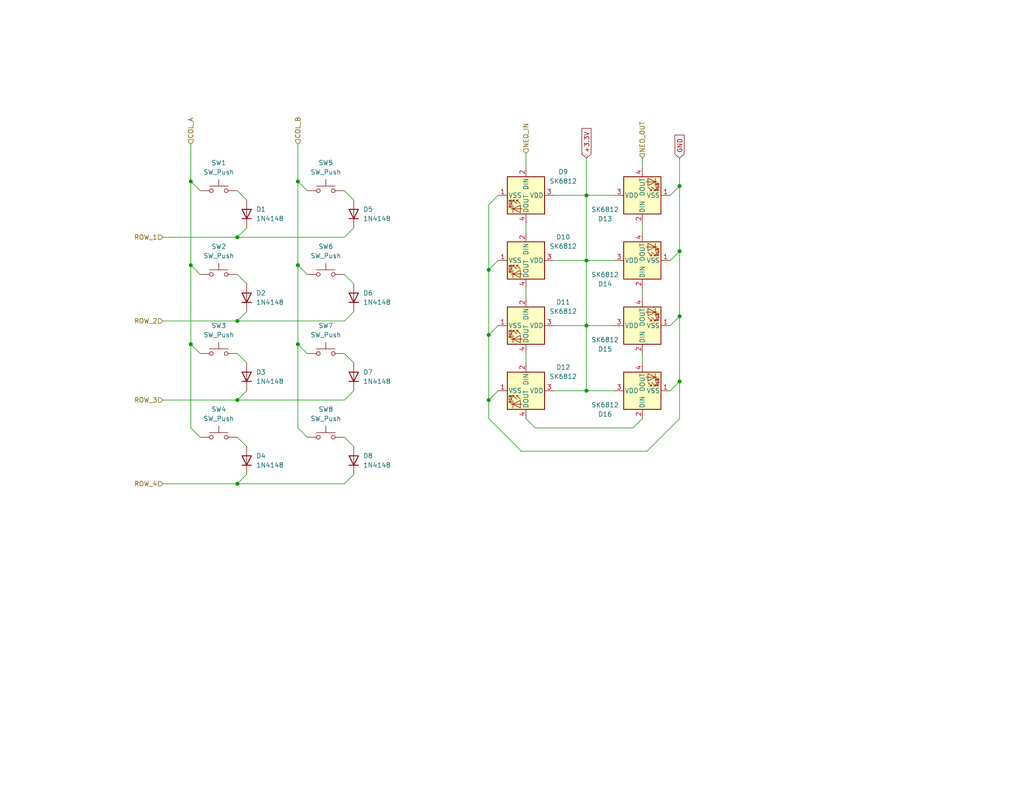
<source format=kicad_sch>
(kicad_sch (version 20250114) (generator "eeschema") (generator_version "9.0")
  (paper "A")
  (title_block (title "BUTTON MATRIX") (date "2026-02-15") (rev "-"))
  (lib_symbols
    (symbol "Diode:1N4148" (pin_numbers (hide yes)) (pin_names (hide yes))
      (property "Reference" "D" (at 0 2.54 0))
      (property "Value" "1N4148" (at 0 -2.54 0))
      (symbol "1N4148_0_1"
        (polyline (pts (xy -1.27 1.27) (xy -1.27 -1.27)) (stroke (width 0.254)))
        (polyline (pts (xy 1.27 1.27) (xy 1.27 -1.27) (xy -1.27 0) (xy 1.27 1.27)) (stroke (width 0.254)))
        (polyline (pts (xy 1.27 0) (xy -1.27 0)))
      )
      (symbol "1N4148_1_1"
        (pin passive line (at -3.81 0 0) (length 2.54) (name "K") (number "1"))
        (pin passive line (at 3.81 0 180) (length 2.54) (name "A") (number "2"))
      )
    )
    (symbol "LED:SK6812" (pin_names (offset 0.254))
      (property "Reference" "D" (at 5.08 5.715 0))
      (property "Value" "SK6812" (at 1.27 -5.715 0))
      (symbol "SK6812_0_0"
        (text "RGB" (at 2.286 -4.191 0) (effects (font (size 0.762 0.762))))
      )
      (symbol "SK6812_0_1"
        (polyline (pts (xy 1.27 -2.54) (xy 1.778 -2.54)))
        (polyline (pts (xy 1.27 -3.556) (xy 1.778 -3.556)))
        (polyline (pts (xy 2.286 -1.524) (xy 1.27 -2.54) (xy 1.27 -2.032)))
        (polyline (pts (xy 2.286 -2.54) (xy 1.27 -3.556) (xy 1.27 -3.048)))
        (polyline (pts (xy 3.683 -1.016) (xy 3.683 -3.556) (xy 3.683 -4.064)))
        (polyline (pts (xy 4.699 -1.524) (xy 2.667 -1.524) (xy 3.683 -3.556) (xy 4.699 -1.524)))
        (polyline (pts (xy 4.699 -3.556) (xy 2.667 -3.556)))
        (rectangle (start 5.08 5.08) (end -5.08 -5.08) (stroke (width 0.254)) (fill (type background)))
      )
      (symbol "SK6812_1_1"
        (pin input line (at -7.62 0 0) (length 2.54) (name "DIN") (number "2"))
        (pin power_in line (at 0 7.62 270) (length 2.54) (name "VDD") (number "3"))
        (pin power_in line (at 0 -7.62 90) (length 2.54) (name "VSS") (number "1"))
        (pin output line (at 7.62 0 180) (length 2.54) (name "DOUT") (number "4"))
      )
    )
    (symbol "Switch:SW_Push" (pin_numbers (hide yes)) (pin_names (offset 1.016) (hide yes))
      (property "Reference" "SW" (at 1.27 2.54 0))
      (property "Value" "SW_Push" (at 0 -1.524 0))
      (symbol "SW_Push_0_1"
        (circle (center -2.032 0) (radius 0.508))
        (polyline (pts (xy 0 1.27) (xy 0 3.048)))
        (circle (center 2.032 0) (radius 0.508))
        (polyline (pts (xy 2.54 1.27) (xy -2.54 1.27)))
        (pin passive line (at -5.08 0 0) (length 2.54) (name "1") (number "1"))
        (pin passive line (at 5.08 0 180) (length 2.54) (name "2") (number "2"))
      )
    )
  )
  (junction (at 133.35 91.44))
  (junction (at 81.28 49.53))
  (junction (at 185.42 86.36))
  (junction (at 64.77 132.08))
  (junction (at 185.42 104.14))
  (junction (at 81.28 93.98))
  (junction (at 185.42 50.8))
  (junction (at 160.02 106.68))
  (junction (at 185.42 68.58))
  (junction (at 52.07 93.98))
  (junction (at 81.28 72.39))
  (junction (at 133.35 73.66))
  (junction (at 52.07 72.39))
  (junction (at 160.02 88.9))
  (junction (at 160.02 53.34))
  (junction (at 133.35 109.22))
  (junction (at 64.77 87.63))
  (junction (at 52.07 49.53))
  (junction (at 64.77 64.77))
  (junction (at 64.77 109.22))
  (junction (at 160.02 71.12))
  (wire (pts (xy 185.42 43.18) (xy 185.42 50.8)))
  (wire (pts (xy 135.89 88.9) (xy 133.35 91.44)))
  (wire (pts (xy 133.35 91.44) (xy 133.35 109.22)))
  (wire (pts (xy 81.28 93.98) (xy 81.28 116.84)))
  (wire (pts (xy 185.42 114.3) (xy 176.53 123.19)))
  (wire (pts (xy 151.13 88.9) (xy 160.02 88.9)))
  (wire (pts (xy 151.13 106.68) (xy 160.02 106.68)))
  (wire (pts (xy 81.28 49.53) (xy 81.28 72.39)))
  (wire (pts (xy 67.31 62.23) (xy 64.77 64.77)))
  (wire (pts (xy 52.07 116.84) (xy 54.61 119.38)))
  (wire (pts (xy 143.51 60.96) (xy 143.51 63.5)))
  (wire (pts (xy 143.51 114.3) (xy 146.05 116.84)))
  (wire (pts (xy 143.51 78.74) (xy 143.51 81.28)))
  (wire (pts (xy 175.26 60.96) (xy 175.26 63.5)))
  (wire (pts (xy 81.28 116.84) (xy 83.82 119.38)))
  (wire (pts (xy 96.52 129.54) (xy 93.98 132.08)))
  (wire (pts (xy 54.61 52.07) (xy 52.07 49.53)))
  (wire (pts (xy 185.42 104.14) (xy 185.42 114.3)))
  (wire (pts (xy 175.26 78.74) (xy 175.26 81.28)))
  (wire (pts (xy 176.53 123.19) (xy 142.24 123.19)))
  (wire (pts (xy 133.35 109.22) (xy 133.35 114.3)))
  (wire (pts (xy 44.45 132.08) (xy 64.77 132.08)))
  (wire (pts (xy 64.77 132.08) (xy 93.98 132.08)))
  (wire (pts (xy 93.98 87.63) (xy 96.52 85.09)))
  (wire (pts (xy 64.77 87.63) (xy 93.98 87.63)))
  (wire (pts (xy 182.88 106.68) (xy 185.42 104.14)))
  (wire (pts (xy 64.77 119.38) (xy 67.31 121.92)))
  (wire (pts (xy 160.02 88.9) (xy 167.64 88.9)))
  (wire (pts (xy 83.82 52.07) (xy 81.28 49.53)))
  (wire (pts (xy 81.28 39.37) (xy 81.28 49.53)))
  (wire (pts (xy 93.98 96.52) (xy 96.52 99.06)))
  (wire (pts (xy 54.61 74.93) (xy 52.07 72.39)))
  (wire (pts (xy 83.82 96.52) (xy 81.28 93.98)))
  (wire (pts (xy 67.31 106.68) (xy 64.77 109.22)))
  (wire (pts (xy 64.77 109.22) (xy 93.98 109.22)))
  (wire (pts (xy 44.45 87.63) (xy 64.77 87.63)))
  (wire (pts (xy 135.89 106.68) (xy 133.35 109.22)))
  (wire (pts (xy 64.77 96.52) (xy 67.31 99.06)))
  (wire (pts (xy 44.45 64.77) (xy 64.77 64.77)))
  (wire (pts (xy 64.77 74.93) (xy 67.31 77.47)))
  (wire (pts (xy 151.13 71.12) (xy 160.02 71.12)))
  (wire (pts (xy 185.42 68.58) (xy 185.42 86.36)))
  (wire (pts (xy 135.89 53.34) (xy 133.35 55.88)))
  (wire (pts (xy 135.89 71.12) (xy 133.35 73.66)))
  (wire (pts (xy 93.98 64.77) (xy 96.52 62.23)))
  (wire (pts (xy 160.02 43.18) (xy 160.02 53.34)))
  (wire (pts (xy 175.26 96.52) (xy 175.26 99.06)))
  (wire (pts (xy 182.88 71.12) (xy 185.42 68.58)))
  (wire (pts (xy 160.02 53.34) (xy 160.02 71.12)))
  (wire (pts (xy 172.72 116.84) (xy 175.26 114.3)))
  (wire (pts (xy 81.28 72.39) (xy 81.28 93.98)))
  (wire (pts (xy 160.02 53.34) (xy 167.64 53.34)))
  (wire (pts (xy 160.02 71.12) (xy 160.02 88.9)))
  (wire (pts (xy 93.98 52.07) (xy 96.52 54.61)))
  (wire (pts (xy 52.07 49.53) (xy 52.07 72.39)))
  (wire (pts (xy 93.98 74.93) (xy 96.52 77.47)))
  (wire (pts (xy 54.61 96.52) (xy 52.07 93.98)))
  (wire (pts (xy 52.07 72.39) (xy 52.07 93.98)))
  (wire (pts (xy 67.31 129.54) (xy 64.77 132.08)))
  (wire (pts (xy 182.88 53.34) (xy 185.42 50.8)))
  (wire (pts (xy 64.77 52.07) (xy 67.31 54.61)))
  (wire (pts (xy 133.35 55.88) (xy 133.35 73.66)))
  (wire (pts (xy 44.45 109.22) (xy 64.77 109.22)))
  (wire (pts (xy 182.88 88.9) (xy 185.42 86.36)))
  (wire (pts (xy 160.02 106.68) (xy 167.64 106.68)))
  (wire (pts (xy 83.82 74.93) (xy 81.28 72.39)))
  (wire (pts (xy 133.35 73.66) (xy 133.35 91.44)))
  (wire (pts (xy 143.51 96.52) (xy 143.51 99.06)))
  (wire (pts (xy 52.07 93.98) (xy 52.07 116.84)))
  (wire (pts (xy 143.51 41.91) (xy 143.51 45.72)))
  (wire (pts (xy 160.02 88.9) (xy 160.02 106.68)))
  (wire (pts (xy 160.02 71.12) (xy 167.64 71.12)))
  (wire (pts (xy 142.24 123.19) (xy 133.35 114.3)))
  (wire (pts (xy 185.42 50.8) (xy 185.42 68.58)))
  (wire (pts (xy 175.26 43.18) (xy 175.26 45.72)))
  (wire (pts (xy 185.42 86.36) (xy 185.42 104.14)))
  (wire (pts (xy 93.98 109.22) (xy 96.52 106.68)))
  (wire (pts (xy 151.13 53.34) (xy 160.02 53.34)))
  (wire (pts (xy 64.77 64.77) (xy 93.98 64.77)))
  (wire (pts (xy 93.98 119.38) (xy 96.52 121.92)))
  (wire (pts (xy 52.07 39.37) (xy 52.07 49.53)))
  (wire (pts (xy 67.31 85.09) (xy 64.77 87.63)))
  (wire (pts (xy 146.05 116.84) (xy 172.72 116.84)))
  (global_label "+3.3V" (shape input) (at 160.02 43.18 90) (property "Intersheetrefs" "${INTERSHEET_REFS}" (effects (hide yes))))
  (global_label "GND" (shape input) (at 185.42 43.18 90) (property "Intersheetrefs" "${INTERSHEET_REFS}" (effects (hide yes))))
  (hierarchical_label "NEO_IN" (shape input) (at 143.51 41.91 90))
  (hierarchical_label "ROW_4" (shape input) (at 44.45 132.08 180))
  (hierarchical_label "NEO_OUT" (shape input) (at 175.26 43.18 90))
  (hierarchical_label "ROW_2" (shape input) (at 44.45 87.63 180))
  (hierarchical_label "COL_B" (shape input) (at 81.28 39.37 90))
  (hierarchical_label "ROW_3" (shape input) (at 44.45 109.22 180))
  (hierarchical_label "ROW_1" (shape input) (at 44.45 64.77 180))
  (hierarchical_label "COL_A" (shape input) (at 52.07 39.37 90))
  (symbol (lib_id "Diode:1N4148") (at 67.31 81.28 90) (unit 1)
    (property "Reference" "D2" (at 69.85 80.0099 90) (effects (justify right)))
    (property "Value" "1N4148" (at 69.85 82.5499 90) (effects (justify right)))
    (property "Footprint" "Diode_SMD:D_SOD-123" (effects (hide yes)))
    (property "Datasheet" "https://assets.nexperia.com/documents/data-sheet/1N4148_1N4448.pdf" (effects (hide yes)))
    (property "Description" "100V 0.15A standard switching diode, DO-35" (effects (hide yes)))
    (property "Sim.Device" "D" (effects (hide yes)))
    (property "Sim.Pins" "1=K 2=A" (effects (hide yes)))
  )
  (symbol (lib_id "Diode:1N4148") (at 96.52 102.87 90) (unit 1)
    (property "Reference" "D7" (at 99.06 101.5999 90) (effects (justify right)))
    (property "Value" "1N4148" (at 99.06 104.1399 90) (effects (justify right)))
    (property "Footprint" "Diode_SMD:D_SOD-123" (effects (hide yes)))
    (property "Datasheet" "https://assets.nexperia.com/documents/data-sheet/1N4148_1N4448.pdf" (effects (hide yes)))
    (property "Description" "100V 0.15A standard switching diode, DO-35" (effects (hide yes)))
    (property "Sim.Device" "D" (effects (hide yes)))
    (property "Sim.Pins" "1=K 2=A" (effects (hide yes)))
  )
  (symbol (lib_id "Switch:SW_Push") (at 88.9 119.38 0) (unit 1)
    (property "Reference" "SW8" (at 88.9 111.76 0))
    (property "Value" "SW_Push" (at 88.9 114.3 0))
    (property "Footprint" "PCM_Switch_Keyboard_Kailh:SW_Kailh_Choc_V1" (effects (hide yes)))
    (property "Description" "Push button switch, generic, two pins" (effects (hide yes)))
  )
  (symbol (lib_id "LED:SK6812") (at 175.26 88.9 90) (unit 1)
    (property "Reference" "D15" (at 165.1 95.3202 90))
    (property "Value" "SK6812" (at 165.1 92.7802 90))
    (property "Footprint" "LED_SMD:LED_SK6812_PLCC4_5.0x5.0mm_P3.2mm" (effects (hide yes)))
    (property "Datasheet" "https://cdn-shop.adafruit.com/product-files/1138/SK6812+LED+datasheet+.pdf" (effects (hide yes)))
    (property "Description" "RGB LED with integrated controller" (effects (hide yes)))
  )
  (symbol (lib_id "Switch:SW_Push") (at 59.69 119.38 0) (unit 1)
    (property "Reference" "SW4" (at 59.69 111.76 0))
    (property "Value" "SW_Push" (at 59.69 114.3 0))
    (property "Footprint" "PCM_Switch_Keyboard_Kailh:SW_Kailh_Choc_V1" (effects (hide yes)))
    (property "Description" "Push button switch, generic, two pins" (effects (hide yes)))
  )
  (symbol (lib_id "Switch:SW_Push") (at 88.9 96.52 0) (unit 1)
    (property "Reference" "SW7" (at 88.9 88.9 0))
    (property "Value" "SW_Push" (at 88.9 91.44 0))
    (property "Footprint" "PCM_Switch_Keyboard_Kailh:SW_Kailh_Choc_V1" (effects (hide yes)))
    (property "Description" "Push button switch, generic, two pins" (effects (hide yes)))
  )
  (symbol (lib_id "LED:SK6812") (at 175.26 53.34 90) (unit 1)
    (property "Reference" "D13" (at 165.1 59.7602 90))
    (property "Value" "SK6812" (at 165.1 57.2202 90))
    (property "Footprint" "LED_SMD:LED_SK6812_PLCC4_5.0x5.0mm_P3.2mm" (effects (hide yes)))
    (property "Datasheet" "https://cdn-shop.adafruit.com/product-files/1138/SK6812+LED+datasheet+.pdf" (effects (hide yes)))
    (property "Description" "RGB LED with integrated controller" (effects (hide yes)))
  )
  (symbol (lib_id "LED:SK6812") (at 143.51 88.9 270) (unit 1)
    (property "Reference" "D11" (at 153.67 82.4798 90))
    (property "Value" "SK6812" (at 153.67 85.0198 90))
    (property "Footprint" "LED_SMD:LED_SK6812_PLCC4_5.0x5.0mm_P3.2mm" (effects (hide yes)))
    (property "Datasheet" "https://cdn-shop.adafruit.com/product-files/1138/SK6812+LED+datasheet+.pdf" (effects (hide yes)))
    (property "Description" "RGB LED with integrated controller" (effects (hide yes)))
  )
  (symbol (lib_id "LED:SK6812") (at 175.26 106.68 90) (unit 1)
    (property "Reference" "D16" (at 165.1 113.1002 90))
    (property "Value" "SK6812" (at 165.1 110.5602 90))
    (property "Footprint" "LED_SMD:LED_SK6812_PLCC4_5.0x5.0mm_P3.2mm" (effects (hide yes)))
    (property "Datasheet" "https://cdn-shop.adafruit.com/product-files/1138/SK6812+LED+datasheet+.pdf" (effects (hide yes)))
    (property "Description" "RGB LED with integrated controller" (effects (hide yes)))
  )
  (symbol (lib_id "Switch:SW_Push") (at 88.9 52.07 0) (unit 1)
    (property "Reference" "SW5" (at 88.9 44.45 0))
    (property "Value" "SW_Push" (at 88.9 46.99 0))
    (property "Footprint" "PCM_Switch_Keyboard_Kailh:SW_Kailh_Choc_V1" (effects (hide yes)))
    (property "Description" "Push button switch, generic, two pins" (effects (hide yes)))
  )
  (symbol (lib_id "LED:SK6812") (at 143.51 53.34 270) (unit 1)
    (property "Reference" "D9" (at 153.67 46.9198 90))
    (property "Value" "SK6812" (at 153.67 49.4598 90))
    (property "Footprint" "LED_SMD:LED_SK6812_PLCC4_5.0x5.0mm_P3.2mm" (effects (hide yes)))
    (property "Datasheet" "https://cdn-shop.adafruit.com/product-files/1138/SK6812+LED+datasheet+.pdf" (effects (hide yes)))
    (property "Description" "RGB LED with integrated controller" (effects (hide yes)))
  )
  (symbol (lib_id "Diode:1N4148") (at 67.31 58.42 90) (unit 1)
    (property "Reference" "D1" (at 69.85 57.1499 90) (effects (justify right)))
    (property "Value" "1N4148" (at 69.85 59.6899 90) (effects (justify right)))
    (property "Footprint" "Diode_SMD:D_SOD-123" (effects (hide yes)))
    (property "Datasheet" "https://assets.nexperia.com/documents/data-sheet/1N4148_1N4448.pdf" (effects (hide yes)))
    (property "Description" "100V 0.15A standard switching diode, DO-35" (effects (hide yes)))
    (property "Sim.Device" "D" (effects (hide yes)))
    (property "Sim.Pins" "1=K 2=A" (effects (hide yes)))
  )
  (symbol (lib_id "Diode:1N4148") (at 96.52 125.73 90) (unit 1)
    (property "Reference" "D8" (at 99.06 124.4599 90) (effects (justify right)))
    (property "Value" "1N4148" (at 99.06 126.9999 90) (effects (justify right)))
    (property "Footprint" "Diode_SMD:D_SOD-123" (effects (hide yes)))
    (property "Datasheet" "https://assets.nexperia.com/documents/data-sheet/1N4148_1N4448.pdf" (effects (hide yes)))
    (property "Description" "100V 0.15A standard switching diode, DO-35" (effects (hide yes)))
    (property "Sim.Device" "D" (effects (hide yes)))
    (property "Sim.Pins" "1=K 2=A" (effects (hide yes)))
  )
  (symbol (lib_id "Switch:SW_Push") (at 88.9 74.93 0) (unit 1)
    (property "Reference" "SW6" (at 88.9 67.31 0))
    (property "Value" "SW_Push" (at 88.9 69.85 0))
    (property "Footprint" "PCM_Switch_Keyboard_Kailh:SW_Kailh_Choc_V1" (effects (hide yes)))
    (property "Description" "Push button switch, generic, two pins" (effects (hide yes)))
  )
  (symbol (lib_id "LED:SK6812") (at 143.51 71.12 270) (unit 1)
    (property "Reference" "D10" (at 153.67 64.6998 90))
    (property "Value" "SK6812" (at 153.67 67.2398 90))
    (property "Footprint" "LED_SMD:LED_SK6812_PLCC4_5.0x5.0mm_P3.2mm" (effects (hide yes)))
    (property "Datasheet" "https://cdn-shop.adafruit.com/product-files/1138/SK6812+LED+datasheet+.pdf" (effects (hide yes)))
    (property "Description" "RGB LED with integrated controller" (effects (hide yes)))
  )
  (symbol (lib_id "Switch:SW_Push") (at 59.69 74.93 0) (unit 1)
    (property "Reference" "SW2" (at 59.69 67.31 0))
    (property "Value" "SW_Push" (at 59.69 69.85 0))
    (property "Footprint" "PCM_Switch_Keyboard_Kailh:SW_Kailh_Choc_V1" (effects (hide yes)))
    (property "Description" "Push button switch, generic, two pins" (effects (hide yes)))
  )
  (symbol (lib_id "Diode:1N4148") (at 96.52 81.28 90) (unit 1)
    (property "Reference" "D6" (at 99.06 80.0099 90) (effects (justify right)))
    (property "Value" "1N4148" (at 99.06 82.5499 90) (effects (justify right)))
    (property "Footprint" "Diode_SMD:D_SOD-123" (effects (hide yes)))
    (property "Datasheet" "https://assets.nexperia.com/documents/data-sheet/1N4148_1N4448.pdf" (effects (hide yes)))
    (property "Description" "100V 0.15A standard switching diode, DO-35" (effects (hide yes)))
    (property "Sim.Device" "D" (effects (hide yes)))
    (property "Sim.Pins" "1=K 2=A" (effects (hide yes)))
  )
  (symbol (lib_id "Diode:1N4148") (at 67.31 125.73 90) (unit 1)
    (property "Reference" "D4" (at 69.85 124.4599 90) (effects (justify right)))
    (property "Value" "1N4148" (at 69.85 126.9999 90) (effects (justify right)))
    (property "Footprint" "Diode_SMD:D_SOD-123" (effects (hide yes)))
    (property "Datasheet" "https://assets.nexperia.com/documents/data-sheet/1N4148_1N4448.pdf" (effects (hide yes)))
    (property "Description" "100V 0.15A standard switching diode, DO-35" (effects (hide yes)))
    (property "Sim.Device" "D" (effects (hide yes)))
    (property "Sim.Pins" "1=K 2=A" (effects (hide yes)))
  )
  (symbol (lib_id "LED:SK6812") (at 143.51 106.68 270) (unit 1)
    (property "Reference" "D12" (at 153.67 100.2598 90))
    (property "Value" "SK6812" (at 153.67 102.7998 90))
    (property "Footprint" "LED_SMD:LED_SK6812_PLCC4_5.0x5.0mm_P3.2mm" (effects (hide yes)))
    (property "Datasheet" "https://cdn-shop.adafruit.com/product-files/1138/SK6812+LED+datasheet+.pdf" (effects (hide yes)))
    (property "Description" "RGB LED with integrated controller" (effects (hide yes)))
  )
  (symbol (lib_id "Switch:SW_Push") (at 59.69 52.07 0) (unit 1)
    (property "Reference" "SW1" (at 59.69 44.45 0))
    (property "Value" "SW_Push" (at 59.69 46.99 0))
    (property "Footprint" "PCM_Switch_Keyboard_Kailh:SW_Kailh_Choc_V1" (effects (hide yes)))
    (property "Description" "Push button switch, generic, two pins" (effects (hide yes)))
  )
  (symbol (lib_id "Switch:SW_Push") (at 59.69 96.52 0) (unit 1)
    (property "Reference" "SW3" (at 59.69 88.9 0))
    (property "Value" "SW_Push" (at 59.69 91.44 0))
    (property "Footprint" "PCM_Switch_Keyboard_Kailh:SW_Kailh_Choc_V1" (effects (hide yes)))
    (property "Description" "Push button switch, generic, two pins" (effects (hide yes)))
  )
  (symbol (lib_id "Diode:1N4148") (at 67.31 102.87 90) (unit 1)
    (property "Reference" "D3" (at 69.85 101.5999 90) (effects (justify right)))
    (property "Value" "1N4148" (at 69.85 104.1399 90) (effects (justify right)))
    (property "Footprint" "Diode_SMD:D_SOD-123" (effects (hide yes)))
    (property "Datasheet" "https://assets.nexperia.com/documents/data-sheet/1N4148_1N4448.pdf" (effects (hide yes)))
    (property "Description" "100V 0.15A standard switching diode, DO-35" (effects (hide yes)))
    (property "Sim.Device" "D" (effects (hide yes)))
    (property "Sim.Pins" "1=K 2=A" (effects (hide yes)))
  )
  (symbol (lib_id "LED:SK6812") (at 175.26 71.12 90) (unit 1)
    (property "Reference" "D14" (at 165.1 77.5402 90))
    (property "Value" "SK6812" (at 165.1 75.0002 90))
    (property "Footprint" "LED_SMD:LED_SK6812_PLCC4_5.0x5.0mm_P3.2mm" (effects (hide yes)))
    (property "Datasheet" "https://cdn-shop.adafruit.com/product-files/1138/SK6812+LED+datasheet+.pdf" (effects (hide yes)))
    (property "Description" "RGB LED with integrated controller" (effects (hide yes)))
  )
  (symbol (lib_id "Diode:1N4148") (at 96.52 58.42 90) (unit 1)
    (property "Reference" "D5" (at 99.06 57.1499 90) (effects (justify right)))
    (property "Value" "1N4148" (at 99.06 59.6899 90) (effects (justify right)))
    (property "Footprint" "Diode_SMD:D_SOD-123" (effects (hide yes)))
    (property "Datasheet" "https://assets.nexperia.com/documents/data-sheet/1N4148_1N4448.pdf" (effects (hide yes)))
    (property "Description" "100V 0.15A standard switching diode, DO-35" (effects (hide yes)))
    (property "Sim.Device" "D" (effects (hide yes)))
    (property "Sim.Pins" "1=K 2=A" (effects (hide yes)))
  )
)
</source>
